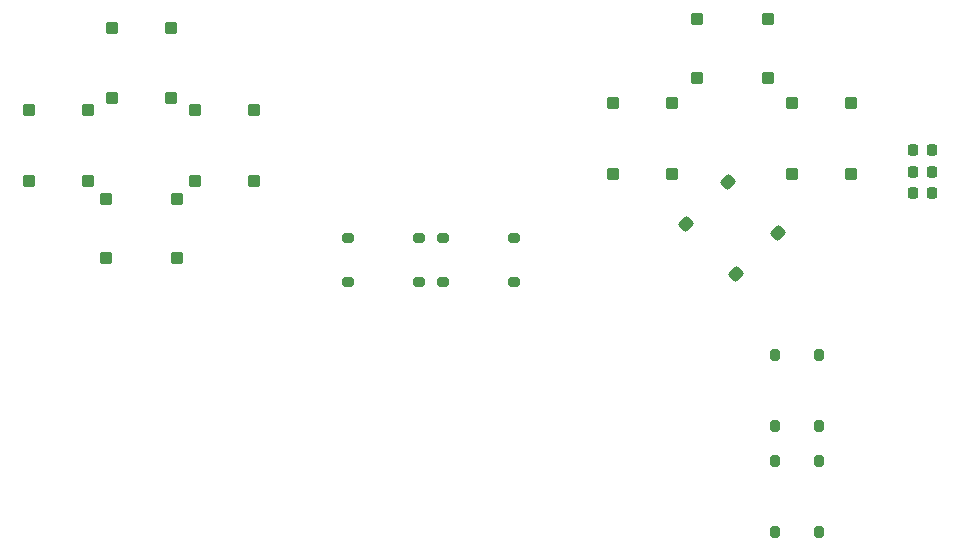
<source format=gtp>
G04 #@! TF.GenerationSoftware,KiCad,Pcbnew,9.0.1-rc2*
G04 #@! TF.CreationDate,2025-04-25T20:52:24-07:00*
G04 #@! TF.ProjectId,mintypcb,6d696e74-7970-4636-922e-6b696361645f,2*
G04 #@! TF.SameCoordinates,Original*
G04 #@! TF.FileFunction,Paste,Top*
G04 #@! TF.FilePolarity,Positive*
%FSLAX46Y46*%
G04 Gerber Fmt 4.6, Leading zero omitted, Abs format (unit mm)*
G04 Created by KiCad (PCBNEW 9.0.1-rc2) date 2025-04-25 20:52:24*
%MOMM*%
%LPD*%
G01*
G04 APERTURE LIST*
G04 Aperture macros list*
%AMRoundRect*
0 Rectangle with rounded corners*
0 $1 Rounding radius*
0 $2 $3 $4 $5 $6 $7 $8 $9 X,Y pos of 4 corners*
0 Add a 4 corners polygon primitive as box body*
4,1,4,$2,$3,$4,$5,$6,$7,$8,$9,$2,$3,0*
0 Add four circle primitives for the rounded corners*
1,1,$1+$1,$2,$3*
1,1,$1+$1,$4,$5*
1,1,$1+$1,$6,$7*
1,1,$1+$1,$8,$9*
0 Add four rect primitives between the rounded corners*
20,1,$1+$1,$2,$3,$4,$5,0*
20,1,$1+$1,$4,$5,$6,$7,0*
20,1,$1+$1,$6,$7,$8,$9,0*
20,1,$1+$1,$8,$9,$2,$3,0*%
G04 Aperture macros list end*
%ADD10RoundRect,0.218750X0.218750X0.256250X-0.218750X0.256250X-0.218750X-0.256250X0.218750X-0.256250X0*%
%ADD11RoundRect,0.200000X-0.300000X-0.200000X0.300000X-0.200000X0.300000X0.200000X-0.300000X0.200000X0*%
%ADD12RoundRect,0.250000X-0.300000X0.250000X-0.300000X-0.250000X0.300000X-0.250000X0.300000X0.250000X0*%
%ADD13RoundRect,0.250000X0.300000X-0.250000X0.300000X0.250000X-0.300000X0.250000X-0.300000X-0.250000X0*%
%ADD14RoundRect,0.250000X0.250000X0.300000X-0.250000X0.300000X-0.250000X-0.300000X0.250000X-0.300000X0*%
%ADD15RoundRect,0.250000X0.388909X0.035355X0.035355X0.388909X-0.388909X-0.035355X-0.035355X-0.388909X0*%
%ADD16RoundRect,0.200000X-0.200000X0.300000X-0.200000X-0.300000X0.200000X-0.300000X0.200000X0.300000X0*%
%ADD17RoundRect,0.250000X-0.250000X-0.300000X0.250000X-0.300000X0.250000X0.300000X-0.250000X0.300000X0*%
%ADD18RoundRect,0.200000X0.200000X-0.300000X0.200000X0.300000X-0.200000X0.300000X-0.200000X-0.300000X0*%
G04 APERTURE END LIST*
D10*
X135912499Y-69500000D03*
X134337497Y-69500000D03*
D11*
X86500000Y-75150000D03*
X92500000Y-75150000D03*
X86500000Y-78850000D03*
X92500000Y-78850000D03*
D12*
X129100000Y-63700000D03*
X129100000Y-69700000D03*
X124100000Y-63700000D03*
X124100000Y-69700000D03*
X64500000Y-64300000D03*
X64500000Y-70300000D03*
X59500000Y-64300000D03*
X59500000Y-70300000D03*
D13*
X73500000Y-70300000D03*
X73500000Y-64300000D03*
X78500000Y-70300000D03*
X78500000Y-64300000D03*
D14*
X122000000Y-61600000D03*
X116000000Y-61600000D03*
X122000000Y-56600000D03*
X116000000Y-56600000D03*
D12*
X113900000Y-63700000D03*
X113900000Y-69700000D03*
X108900000Y-63700000D03*
X108900000Y-69700000D03*
D15*
X119353553Y-78189087D03*
X115110913Y-73946447D03*
X122889087Y-74653553D03*
X118646447Y-70410913D03*
D16*
X126350000Y-94000000D03*
X126350000Y-100000000D03*
X122650000Y-94000000D03*
X122650000Y-100000000D03*
D12*
X71500000Y-57300000D03*
X71500000Y-63300000D03*
X66500000Y-57300000D03*
X66500000Y-63300000D03*
D10*
X135912499Y-71300000D03*
X134337497Y-71300000D03*
D17*
X66000000Y-71800000D03*
X72000000Y-71800000D03*
X66000000Y-76800000D03*
X72000000Y-76800000D03*
D10*
X135900000Y-67700000D03*
X134324998Y-67700000D03*
D18*
X122650000Y-91000000D03*
X122650000Y-85000000D03*
X126350000Y-91000000D03*
X126350000Y-85000000D03*
D11*
X94500000Y-75150000D03*
X100500000Y-75150000D03*
X94500000Y-78850000D03*
X100500000Y-78850000D03*
M02*

</source>
